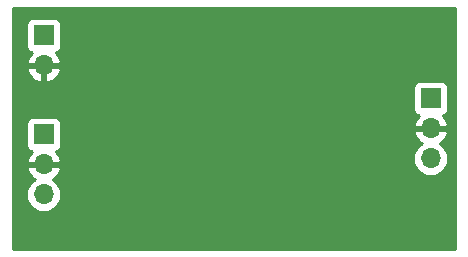
<source format=gbr>
G04 #@! TF.GenerationSoftware,KiCad,Pcbnew,(5.1.4)-1*
G04 #@! TF.CreationDate,2020-02-13T09:56:33+00:00*
G04 #@! TF.ProjectId,Phono stereo 2 smd,50686f6e-6f20-4737-9465-72656f203220,rev?*
G04 #@! TF.SameCoordinates,Original*
G04 #@! TF.FileFunction,Copper,L2,Bot*
G04 #@! TF.FilePolarity,Positive*
%FSLAX46Y46*%
G04 Gerber Fmt 4.6, Leading zero omitted, Abs format (unit mm)*
G04 Created by KiCad (PCBNEW (5.1.4)-1) date 2020-02-13 09:56:33*
%MOMM*%
%LPD*%
G04 APERTURE LIST*
%ADD10O,1.700000X1.700000*%
%ADD11R,1.700000X1.700000*%
%ADD12C,0.254000*%
G04 APERTURE END LIST*
D10*
X23114000Y-52070000D03*
X23114000Y-49530000D03*
D11*
X23114000Y-46990000D03*
D10*
X55880000Y-49022000D03*
X55880000Y-46482000D03*
D11*
X55880000Y-43942000D03*
D10*
X23114000Y-41148000D03*
D11*
X23114000Y-38608000D03*
D12*
G36*
X57989000Y-56719000D02*
G01*
X20497000Y-56719000D01*
X20497000Y-52070000D01*
X21621815Y-52070000D01*
X21650487Y-52361111D01*
X21735401Y-52641034D01*
X21873294Y-52899014D01*
X22058866Y-53125134D01*
X22284986Y-53310706D01*
X22542966Y-53448599D01*
X22822889Y-53533513D01*
X23041050Y-53555000D01*
X23186950Y-53555000D01*
X23405111Y-53533513D01*
X23685034Y-53448599D01*
X23943014Y-53310706D01*
X24169134Y-53125134D01*
X24354706Y-52899014D01*
X24492599Y-52641034D01*
X24577513Y-52361111D01*
X24606185Y-52070000D01*
X24577513Y-51778889D01*
X24492599Y-51498966D01*
X24354706Y-51240986D01*
X24169134Y-51014866D01*
X23943014Y-50829294D01*
X23878477Y-50794799D01*
X23995355Y-50725178D01*
X24211588Y-50530269D01*
X24385641Y-50296920D01*
X24510825Y-50034099D01*
X24555476Y-49886890D01*
X24434155Y-49657000D01*
X23241000Y-49657000D01*
X23241000Y-49677000D01*
X22987000Y-49677000D01*
X22987000Y-49657000D01*
X21793845Y-49657000D01*
X21672524Y-49886890D01*
X21717175Y-50034099D01*
X21842359Y-50296920D01*
X22016412Y-50530269D01*
X22232645Y-50725178D01*
X22349523Y-50794799D01*
X22284986Y-50829294D01*
X22058866Y-51014866D01*
X21873294Y-51240986D01*
X21735401Y-51498966D01*
X21650487Y-51778889D01*
X21621815Y-52070000D01*
X20497000Y-52070000D01*
X20497000Y-46140000D01*
X21625928Y-46140000D01*
X21625928Y-47840000D01*
X21638188Y-47964482D01*
X21674498Y-48084180D01*
X21733463Y-48194494D01*
X21812815Y-48291185D01*
X21909506Y-48370537D01*
X22019820Y-48429502D01*
X22100466Y-48453966D01*
X22016412Y-48529731D01*
X21842359Y-48763080D01*
X21717175Y-49025901D01*
X21672524Y-49173110D01*
X21793845Y-49403000D01*
X22987000Y-49403000D01*
X22987000Y-49383000D01*
X23241000Y-49383000D01*
X23241000Y-49403000D01*
X24434155Y-49403000D01*
X24555476Y-49173110D01*
X24510825Y-49025901D01*
X24508967Y-49022000D01*
X54387815Y-49022000D01*
X54416487Y-49313111D01*
X54501401Y-49593034D01*
X54639294Y-49851014D01*
X54824866Y-50077134D01*
X55050986Y-50262706D01*
X55308966Y-50400599D01*
X55588889Y-50485513D01*
X55807050Y-50507000D01*
X55952950Y-50507000D01*
X56171111Y-50485513D01*
X56451034Y-50400599D01*
X56709014Y-50262706D01*
X56935134Y-50077134D01*
X57120706Y-49851014D01*
X57258599Y-49593034D01*
X57343513Y-49313111D01*
X57372185Y-49022000D01*
X57343513Y-48730889D01*
X57258599Y-48450966D01*
X57120706Y-48192986D01*
X56935134Y-47966866D01*
X56709014Y-47781294D01*
X56644477Y-47746799D01*
X56761355Y-47677178D01*
X56977588Y-47482269D01*
X57151641Y-47248920D01*
X57276825Y-46986099D01*
X57321476Y-46838890D01*
X57200155Y-46609000D01*
X56007000Y-46609000D01*
X56007000Y-46629000D01*
X55753000Y-46629000D01*
X55753000Y-46609000D01*
X54559845Y-46609000D01*
X54438524Y-46838890D01*
X54483175Y-46986099D01*
X54608359Y-47248920D01*
X54782412Y-47482269D01*
X54998645Y-47677178D01*
X55115523Y-47746799D01*
X55050986Y-47781294D01*
X54824866Y-47966866D01*
X54639294Y-48192986D01*
X54501401Y-48450966D01*
X54416487Y-48730889D01*
X54387815Y-49022000D01*
X24508967Y-49022000D01*
X24385641Y-48763080D01*
X24211588Y-48529731D01*
X24127534Y-48453966D01*
X24208180Y-48429502D01*
X24318494Y-48370537D01*
X24415185Y-48291185D01*
X24494537Y-48194494D01*
X24553502Y-48084180D01*
X24589812Y-47964482D01*
X24602072Y-47840000D01*
X24602072Y-46140000D01*
X24589812Y-46015518D01*
X24553502Y-45895820D01*
X24494537Y-45785506D01*
X24415185Y-45688815D01*
X24318494Y-45609463D01*
X24208180Y-45550498D01*
X24088482Y-45514188D01*
X23964000Y-45501928D01*
X22264000Y-45501928D01*
X22139518Y-45514188D01*
X22019820Y-45550498D01*
X21909506Y-45609463D01*
X21812815Y-45688815D01*
X21733463Y-45785506D01*
X21674498Y-45895820D01*
X21638188Y-46015518D01*
X21625928Y-46140000D01*
X20497000Y-46140000D01*
X20497000Y-43092000D01*
X54391928Y-43092000D01*
X54391928Y-44792000D01*
X54404188Y-44916482D01*
X54440498Y-45036180D01*
X54499463Y-45146494D01*
X54578815Y-45243185D01*
X54675506Y-45322537D01*
X54785820Y-45381502D01*
X54866466Y-45405966D01*
X54782412Y-45481731D01*
X54608359Y-45715080D01*
X54483175Y-45977901D01*
X54438524Y-46125110D01*
X54559845Y-46355000D01*
X55753000Y-46355000D01*
X55753000Y-46335000D01*
X56007000Y-46335000D01*
X56007000Y-46355000D01*
X57200155Y-46355000D01*
X57321476Y-46125110D01*
X57276825Y-45977901D01*
X57151641Y-45715080D01*
X56977588Y-45481731D01*
X56893534Y-45405966D01*
X56974180Y-45381502D01*
X57084494Y-45322537D01*
X57181185Y-45243185D01*
X57260537Y-45146494D01*
X57319502Y-45036180D01*
X57355812Y-44916482D01*
X57368072Y-44792000D01*
X57368072Y-43092000D01*
X57355812Y-42967518D01*
X57319502Y-42847820D01*
X57260537Y-42737506D01*
X57181185Y-42640815D01*
X57084494Y-42561463D01*
X56974180Y-42502498D01*
X56854482Y-42466188D01*
X56730000Y-42453928D01*
X55030000Y-42453928D01*
X54905518Y-42466188D01*
X54785820Y-42502498D01*
X54675506Y-42561463D01*
X54578815Y-42640815D01*
X54499463Y-42737506D01*
X54440498Y-42847820D01*
X54404188Y-42967518D01*
X54391928Y-43092000D01*
X20497000Y-43092000D01*
X20497000Y-41504890D01*
X21672524Y-41504890D01*
X21717175Y-41652099D01*
X21842359Y-41914920D01*
X22016412Y-42148269D01*
X22232645Y-42343178D01*
X22482748Y-42492157D01*
X22757109Y-42589481D01*
X22987000Y-42468814D01*
X22987000Y-41275000D01*
X23241000Y-41275000D01*
X23241000Y-42468814D01*
X23470891Y-42589481D01*
X23745252Y-42492157D01*
X23995355Y-42343178D01*
X24211588Y-42148269D01*
X24385641Y-41914920D01*
X24510825Y-41652099D01*
X24555476Y-41504890D01*
X24434155Y-41275000D01*
X23241000Y-41275000D01*
X22987000Y-41275000D01*
X21793845Y-41275000D01*
X21672524Y-41504890D01*
X20497000Y-41504890D01*
X20497000Y-37758000D01*
X21625928Y-37758000D01*
X21625928Y-39458000D01*
X21638188Y-39582482D01*
X21674498Y-39702180D01*
X21733463Y-39812494D01*
X21812815Y-39909185D01*
X21909506Y-39988537D01*
X22019820Y-40047502D01*
X22100466Y-40071966D01*
X22016412Y-40147731D01*
X21842359Y-40381080D01*
X21717175Y-40643901D01*
X21672524Y-40791110D01*
X21793845Y-41021000D01*
X22987000Y-41021000D01*
X22987000Y-41001000D01*
X23241000Y-41001000D01*
X23241000Y-41021000D01*
X24434155Y-41021000D01*
X24555476Y-40791110D01*
X24510825Y-40643901D01*
X24385641Y-40381080D01*
X24211588Y-40147731D01*
X24127534Y-40071966D01*
X24208180Y-40047502D01*
X24318494Y-39988537D01*
X24415185Y-39909185D01*
X24494537Y-39812494D01*
X24553502Y-39702180D01*
X24589812Y-39582482D01*
X24602072Y-39458000D01*
X24602072Y-37758000D01*
X24589812Y-37633518D01*
X24553502Y-37513820D01*
X24494537Y-37403506D01*
X24415185Y-37306815D01*
X24318494Y-37227463D01*
X24208180Y-37168498D01*
X24088482Y-37132188D01*
X23964000Y-37119928D01*
X22264000Y-37119928D01*
X22139518Y-37132188D01*
X22019820Y-37168498D01*
X21909506Y-37227463D01*
X21812815Y-37306815D01*
X21733463Y-37403506D01*
X21674498Y-37513820D01*
X21638188Y-37633518D01*
X21625928Y-37758000D01*
X20497000Y-37758000D01*
X20497000Y-36245000D01*
X57989001Y-36245000D01*
X57989000Y-56719000D01*
X57989000Y-56719000D01*
G37*
X57989000Y-56719000D02*
X20497000Y-56719000D01*
X20497000Y-52070000D01*
X21621815Y-52070000D01*
X21650487Y-52361111D01*
X21735401Y-52641034D01*
X21873294Y-52899014D01*
X22058866Y-53125134D01*
X22284986Y-53310706D01*
X22542966Y-53448599D01*
X22822889Y-53533513D01*
X23041050Y-53555000D01*
X23186950Y-53555000D01*
X23405111Y-53533513D01*
X23685034Y-53448599D01*
X23943014Y-53310706D01*
X24169134Y-53125134D01*
X24354706Y-52899014D01*
X24492599Y-52641034D01*
X24577513Y-52361111D01*
X24606185Y-52070000D01*
X24577513Y-51778889D01*
X24492599Y-51498966D01*
X24354706Y-51240986D01*
X24169134Y-51014866D01*
X23943014Y-50829294D01*
X23878477Y-50794799D01*
X23995355Y-50725178D01*
X24211588Y-50530269D01*
X24385641Y-50296920D01*
X24510825Y-50034099D01*
X24555476Y-49886890D01*
X24434155Y-49657000D01*
X23241000Y-49657000D01*
X23241000Y-49677000D01*
X22987000Y-49677000D01*
X22987000Y-49657000D01*
X21793845Y-49657000D01*
X21672524Y-49886890D01*
X21717175Y-50034099D01*
X21842359Y-50296920D01*
X22016412Y-50530269D01*
X22232645Y-50725178D01*
X22349523Y-50794799D01*
X22284986Y-50829294D01*
X22058866Y-51014866D01*
X21873294Y-51240986D01*
X21735401Y-51498966D01*
X21650487Y-51778889D01*
X21621815Y-52070000D01*
X20497000Y-52070000D01*
X20497000Y-46140000D01*
X21625928Y-46140000D01*
X21625928Y-47840000D01*
X21638188Y-47964482D01*
X21674498Y-48084180D01*
X21733463Y-48194494D01*
X21812815Y-48291185D01*
X21909506Y-48370537D01*
X22019820Y-48429502D01*
X22100466Y-48453966D01*
X22016412Y-48529731D01*
X21842359Y-48763080D01*
X21717175Y-49025901D01*
X21672524Y-49173110D01*
X21793845Y-49403000D01*
X22987000Y-49403000D01*
X22987000Y-49383000D01*
X23241000Y-49383000D01*
X23241000Y-49403000D01*
X24434155Y-49403000D01*
X24555476Y-49173110D01*
X24510825Y-49025901D01*
X24508967Y-49022000D01*
X54387815Y-49022000D01*
X54416487Y-49313111D01*
X54501401Y-49593034D01*
X54639294Y-49851014D01*
X54824866Y-50077134D01*
X55050986Y-50262706D01*
X55308966Y-50400599D01*
X55588889Y-50485513D01*
X55807050Y-50507000D01*
X55952950Y-50507000D01*
X56171111Y-50485513D01*
X56451034Y-50400599D01*
X56709014Y-50262706D01*
X56935134Y-50077134D01*
X57120706Y-49851014D01*
X57258599Y-49593034D01*
X57343513Y-49313111D01*
X57372185Y-49022000D01*
X57343513Y-48730889D01*
X57258599Y-48450966D01*
X57120706Y-48192986D01*
X56935134Y-47966866D01*
X56709014Y-47781294D01*
X56644477Y-47746799D01*
X56761355Y-47677178D01*
X56977588Y-47482269D01*
X57151641Y-47248920D01*
X57276825Y-46986099D01*
X57321476Y-46838890D01*
X57200155Y-46609000D01*
X56007000Y-46609000D01*
X56007000Y-46629000D01*
X55753000Y-46629000D01*
X55753000Y-46609000D01*
X54559845Y-46609000D01*
X54438524Y-46838890D01*
X54483175Y-46986099D01*
X54608359Y-47248920D01*
X54782412Y-47482269D01*
X54998645Y-47677178D01*
X55115523Y-47746799D01*
X55050986Y-47781294D01*
X54824866Y-47966866D01*
X54639294Y-48192986D01*
X54501401Y-48450966D01*
X54416487Y-48730889D01*
X54387815Y-49022000D01*
X24508967Y-49022000D01*
X24385641Y-48763080D01*
X24211588Y-48529731D01*
X24127534Y-48453966D01*
X24208180Y-48429502D01*
X24318494Y-48370537D01*
X24415185Y-48291185D01*
X24494537Y-48194494D01*
X24553502Y-48084180D01*
X24589812Y-47964482D01*
X24602072Y-47840000D01*
X24602072Y-46140000D01*
X24589812Y-46015518D01*
X24553502Y-45895820D01*
X24494537Y-45785506D01*
X24415185Y-45688815D01*
X24318494Y-45609463D01*
X24208180Y-45550498D01*
X24088482Y-45514188D01*
X23964000Y-45501928D01*
X22264000Y-45501928D01*
X22139518Y-45514188D01*
X22019820Y-45550498D01*
X21909506Y-45609463D01*
X21812815Y-45688815D01*
X21733463Y-45785506D01*
X21674498Y-45895820D01*
X21638188Y-46015518D01*
X21625928Y-46140000D01*
X20497000Y-46140000D01*
X20497000Y-43092000D01*
X54391928Y-43092000D01*
X54391928Y-44792000D01*
X54404188Y-44916482D01*
X54440498Y-45036180D01*
X54499463Y-45146494D01*
X54578815Y-45243185D01*
X54675506Y-45322537D01*
X54785820Y-45381502D01*
X54866466Y-45405966D01*
X54782412Y-45481731D01*
X54608359Y-45715080D01*
X54483175Y-45977901D01*
X54438524Y-46125110D01*
X54559845Y-46355000D01*
X55753000Y-46355000D01*
X55753000Y-46335000D01*
X56007000Y-46335000D01*
X56007000Y-46355000D01*
X57200155Y-46355000D01*
X57321476Y-46125110D01*
X57276825Y-45977901D01*
X57151641Y-45715080D01*
X56977588Y-45481731D01*
X56893534Y-45405966D01*
X56974180Y-45381502D01*
X57084494Y-45322537D01*
X57181185Y-45243185D01*
X57260537Y-45146494D01*
X57319502Y-45036180D01*
X57355812Y-44916482D01*
X57368072Y-44792000D01*
X57368072Y-43092000D01*
X57355812Y-42967518D01*
X57319502Y-42847820D01*
X57260537Y-42737506D01*
X57181185Y-42640815D01*
X57084494Y-42561463D01*
X56974180Y-42502498D01*
X56854482Y-42466188D01*
X56730000Y-42453928D01*
X55030000Y-42453928D01*
X54905518Y-42466188D01*
X54785820Y-42502498D01*
X54675506Y-42561463D01*
X54578815Y-42640815D01*
X54499463Y-42737506D01*
X54440498Y-42847820D01*
X54404188Y-42967518D01*
X54391928Y-43092000D01*
X20497000Y-43092000D01*
X20497000Y-41504890D01*
X21672524Y-41504890D01*
X21717175Y-41652099D01*
X21842359Y-41914920D01*
X22016412Y-42148269D01*
X22232645Y-42343178D01*
X22482748Y-42492157D01*
X22757109Y-42589481D01*
X22987000Y-42468814D01*
X22987000Y-41275000D01*
X23241000Y-41275000D01*
X23241000Y-42468814D01*
X23470891Y-42589481D01*
X23745252Y-42492157D01*
X23995355Y-42343178D01*
X24211588Y-42148269D01*
X24385641Y-41914920D01*
X24510825Y-41652099D01*
X24555476Y-41504890D01*
X24434155Y-41275000D01*
X23241000Y-41275000D01*
X22987000Y-41275000D01*
X21793845Y-41275000D01*
X21672524Y-41504890D01*
X20497000Y-41504890D01*
X20497000Y-37758000D01*
X21625928Y-37758000D01*
X21625928Y-39458000D01*
X21638188Y-39582482D01*
X21674498Y-39702180D01*
X21733463Y-39812494D01*
X21812815Y-39909185D01*
X21909506Y-39988537D01*
X22019820Y-40047502D01*
X22100466Y-40071966D01*
X22016412Y-40147731D01*
X21842359Y-40381080D01*
X21717175Y-40643901D01*
X21672524Y-40791110D01*
X21793845Y-41021000D01*
X22987000Y-41021000D01*
X22987000Y-41001000D01*
X23241000Y-41001000D01*
X23241000Y-41021000D01*
X24434155Y-41021000D01*
X24555476Y-40791110D01*
X24510825Y-40643901D01*
X24385641Y-40381080D01*
X24211588Y-40147731D01*
X24127534Y-40071966D01*
X24208180Y-40047502D01*
X24318494Y-39988537D01*
X24415185Y-39909185D01*
X24494537Y-39812494D01*
X24553502Y-39702180D01*
X24589812Y-39582482D01*
X24602072Y-39458000D01*
X24602072Y-37758000D01*
X24589812Y-37633518D01*
X24553502Y-37513820D01*
X24494537Y-37403506D01*
X24415185Y-37306815D01*
X24318494Y-37227463D01*
X24208180Y-37168498D01*
X24088482Y-37132188D01*
X23964000Y-37119928D01*
X22264000Y-37119928D01*
X22139518Y-37132188D01*
X22019820Y-37168498D01*
X21909506Y-37227463D01*
X21812815Y-37306815D01*
X21733463Y-37403506D01*
X21674498Y-37513820D01*
X21638188Y-37633518D01*
X21625928Y-37758000D01*
X20497000Y-37758000D01*
X20497000Y-36245000D01*
X57989001Y-36245000D01*
X57989000Y-56719000D01*
M02*

</source>
